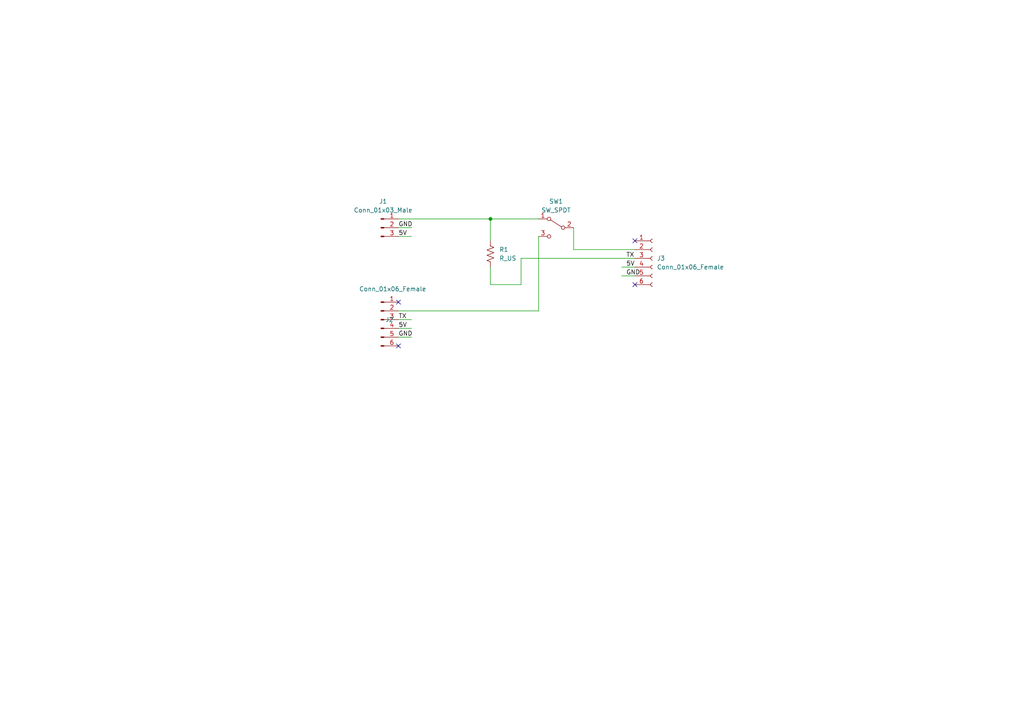
<source format=kicad_sch>
(kicad_sch (version 20211123) (generator eeschema)
  (paper "A4")
  (title_block (title "serial to UPDI") (date "2023-10-10") (comment 1 "taking reference of TTL to UART converter for the serial pins"))
  (lib_symbols
    (symbol "Connector:Conn_01x03_Male" (pin_names (offset 1.016) hide)
      (property "Reference" "J" (at 0 5.08 0))
      (property "Value" "Conn_01x03_Male" (at 0 -5.08 0))
      (symbol "Conn_01x03_Male_1_1"
        (polyline (pts (xy 1.27 -2.54) (xy 0.8636 -2.54)) (stroke (width 0.1524)))
        (polyline (pts (xy 1.27 0) (xy 0.8636 0)) (stroke (width 0.1524)))
        (polyline (pts (xy 1.27 2.54) (xy 0.8636 2.54)) (stroke (width 0.1524)))
        (rectangle (start 0.8636 -2.413) (end 0 -2.667) (stroke (width 0.1524)) (fill (type outline)))
        (rectangle (start 0.8636 0.127) (end 0 -0.127) (stroke (width 0.1524)) (fill (type outline)))
        (rectangle (start 0.8636 2.667) (end 0 2.413) (stroke (width 0.1524)) (fill (type outline)))
        (pin passive line (at 5.08 2.54 180) (length 3.81) (name "Pin_1") (number "1"))
        (pin passive line (at 5.08 0 180) (length 3.81) (name "Pin_2") (number "2"))
        (pin passive line (at 5.08 -2.54 180) (length 3.81) (name "Pin_3") (number "3"))
      )
    )
    (symbol "Connector:Conn_01x06_Female" (pin_names (offset 1.016) hide)
      (property "Reference" "J" (at 0 7.62 0))
      (property "Value" "Conn_01x06_Female" (at 0 -10.16 0))
      (symbol "Conn_01x06_Female_1_1"
        (arc (start 0 -7.112) (mid -0.508 -7.62) (end 0 -8.128) (stroke (width 0.1524)))
        (arc (start 0 -4.572) (mid -0.508 -5.08) (end 0 -5.588) (stroke (width 0.1524)))
        (arc (start 0 -2.032) (mid -0.508 -2.54) (end 0 -3.048) (stroke (width 0.1524)))
        (polyline (pts (xy -1.27 -7.62) (xy -0.508 -7.62)) (stroke (width 0.1524)))
        (polyline (pts (xy -1.27 -5.08) (xy -0.508 -5.08)) (stroke (width 0.1524)))
        (polyline (pts (xy -1.27 -2.54) (xy -0.508 -2.54)) (stroke (width 0.1524)))
        (polyline (pts (xy -1.27 0) (xy -0.508 0)) (stroke (width 0.1524)))
        (polyline (pts (xy -1.27 2.54) (xy -0.508 2.54)) (stroke (width 0.1524)))
        (polyline (pts (xy -1.27 5.08) (xy -0.508 5.08)) (stroke (width 0.1524)))
        (arc (start 0 0.508) (mid -0.508 0) (end 0 -0.508) (stroke (width 0.1524)))
        (arc (start 0 3.048) (mid -0.508 2.54) (end 0 2.032) (stroke (width 0.1524)))
        (arc (start 0 5.588) (mid -0.508 5.08) (end 0 4.572) (stroke (width 0.1524)))
        (pin passive line (at -5.08 5.08 0) (length 3.81) (name "Pin_1") (number "1"))
        (pin passive line (at -5.08 2.54 0) (length 3.81) (name "Pin_2") (number "2"))
        (pin passive line (at -5.08 0 0) (length 3.81) (name "Pin_3") (number "3"))
        (pin passive line (at -5.08 -2.54 0) (length 3.81) (name "Pin_4") (number "4"))
        (pin passive line (at -5.08 -5.08 0) (length 3.81) (name "Pin_5") (number "5"))
        (pin passive line (at -5.08 -7.62 0) (length 3.81) (name "Pin_6") (number "6"))
      )
    )
    (symbol "Connector:Conn_01x06_Male" (pin_names (offset 1.016) hide)
      (property "Reference" "J" (at 0 7.62 0))
      (property "Value" "Conn_01x06_Male" (at 0 -10.16 0))
      (symbol "Conn_01x06_Male_1_1"
        (polyline (pts (xy 1.27 -7.62) (xy 0.8636 -7.62)) (stroke (width 0.1524)))
        (polyline (pts (xy 1.27 -5.08) (xy 0.8636 -5.08)) (stroke (width 0.1524)))
        (polyline (pts (xy 1.27 -2.54) (xy 0.8636 -2.54)) (stroke (width 0.1524)))
        (polyline (pts (xy 1.27 0) (xy 0.8636 0)) (stroke (width 0.1524)))
        (polyline (pts (xy 1.27 2.54) (xy 0.8636 2.54)) (stroke (width 0.1524)))
        (polyline (pts (xy 1.27 5.08) (xy 0.8636 5.08)) (stroke (width 0.1524)))
        (rectangle (start 0.8636 -7.493) (end 0 -7.747) (stroke (width 0.1524)) (fill (type outline)))
        (rectangle (start 0.8636 -4.953) (end 0 -5.207) (stroke (width 0.1524)) (fill (type outline)))
        (rectangle (start 0.8636 -2.413) (end 0 -2.667) (stroke (width 0.1524)) (fill (type outline)))
        (rectangle (start 0.8636 0.127) (end 0 -0.127) (stroke (width 0.1524)) (fill (type outline)))
        (rectangle (start 0.8636 2.667) (end 0 2.413) (stroke (width 0.1524)) (fill (type outline)))
        (rectangle (start 0.8636 5.207) (end 0 4.953) (stroke (width 0.1524)) (fill (type outline)))
        (pin passive line (at 5.08 5.08 180) (length 3.81) (name "Pin_1") (number "1"))
        (pin passive line (at 5.08 2.54 180) (length 3.81) (name "Pin_2") (number "2"))
        (pin passive line (at 5.08 0 180) (length 3.81) (name "Pin_3") (number "3"))
        (pin passive line (at 5.08 -2.54 180) (length 3.81) (name "Pin_4") (number "4"))
        (pin passive line (at 5.08 -5.08 180) (length 3.81) (name "Pin_5") (number "5"))
        (pin passive line (at 5.08 -7.62 180) (length 3.81) (name "Pin_6") (number "6"))
      )
    )
    (symbol "Device:R_US" (pin_numbers hide) (pin_names (offset 0))
      (property "Reference" "R" (at 2.54 0 90))
      (property "Value" "R_US" (at -2.54 0 90))
      (symbol "R_US_0_1"
        (polyline (pts (xy 0 -2.286) (xy 0 -2.54)))
        (polyline (pts (xy 0 2.286) (xy 0 2.54)))
        (polyline (pts (xy 0 -0.762) (xy 1.016 -1.143) (xy 0 -1.524) (xy -1.016 -1.905) (xy 0 -2.286)))
        (polyline (pts (xy 0 0.762) (xy 1.016 0.381) (xy 0 0) (xy -1.016 -0.381) (xy 0 -0.762)))
        (polyline (pts (xy 0 2.286) (xy 1.016 1.905) (xy 0 1.524) (xy -1.016 1.143) (xy 0 0.762)))
      )
      (symbol "R_US_1_1"
        (pin passive line (at 0 3.81 270) (length 1.27) (name "~") (number "1"))
        (pin passive line (at 0 -3.81 90) (length 1.27) (name "~") (number "2"))
      )
    )
    (symbol "Switch:SW_SPDT" (pin_names (offset 0) hide)
      (property "Reference" "SW" (at 0 4.318 0))
      (property "Value" "SW_SPDT" (at 0 -5.08 0))
      (symbol "SW_SPDT_0_0"
        (circle (center -2.032 0) (radius 0.508))
        (circle (center 2.032 -2.54) (radius 0.508))
      )
      (symbol "SW_SPDT_0_1"
        (polyline (pts (xy -1.524 0.254) (xy 1.651 2.286)))
        (circle (center 2.032 2.54) (radius 0.508))
      )
      (symbol "SW_SPDT_1_1"
        (pin passive line (at 5.08 2.54 180) (length 2.54) (name "A") (number "1"))
        (pin passive line (at -5.08 0 0) (length 2.54) (name "B") (number "2"))
        (pin passive line (at 5.08 -2.54 180) (length 2.54) (name "C") (number "3"))
      )
    )
  )
  (junction (at 142.24 63.5))
  (no_connect (at 115.57 87.63))
  (no_connect (at 115.57 100.33))
  (no_connect (at 184.15 69.85))
  (no_connect (at 184.15 82.55))
  (wire (pts (xy 151.13 74.93) (xy 151.13 82.55)))
  (wire (pts (xy 151.13 82.55) (xy 142.24 82.55)))
  (wire (pts (xy 115.57 95.25) (xy 119.38 95.25)))
  (wire (pts (xy 115.57 97.79) (xy 119.38 97.79)))
  (wire (pts (xy 142.24 82.55) (xy 142.24 77.47)))
  (wire (pts (xy 166.37 72.39) (xy 184.15 72.39)))
  (wire (pts (xy 180.34 77.47) (xy 184.15 77.47)))
  (wire (pts (xy 115.57 90.17) (xy 156.21 90.17)))
  (wire (pts (xy 115.57 68.58) (xy 119.38 68.58)))
  (wire (pts (xy 151.13 74.93) (xy 184.15 74.93)))
  (wire (pts (xy 115.57 92.71) (xy 119.38 92.71)))
  (wire (pts (xy 142.24 63.5) (xy 156.21 63.5)))
  (wire (pts (xy 115.57 63.5) (xy 142.24 63.5)))
  (wire (pts (xy 115.57 66.04) (xy 119.38 66.04)))
  (wire (pts (xy 142.24 63.5) (xy 142.24 69.85)))
  (wire (pts (xy 180.34 80.01) (xy 184.15 80.01)))
  (wire (pts (xy 156.21 68.58) (xy 156.21 90.17)))
  (wire (pts (xy 166.37 72.39) (xy 166.37 66.04)))
  (label "5V" (at 115.57 68.58 0))
  (label "TX" (at 181.61 74.93 0))
  (label "TX" (at 115.57 92.71 0))
  (label "GND" (at 115.57 66.04 0))
  (label "5V" (at 115.57 95.25 0))
  (label "5V" (at 181.61 77.47 0))
  (label "GND" (at 181.61 80.01 0))
  (label "GND" (at 115.57 97.79 0))
  (symbol (lib_id "Connector:Conn_01x06_Male") (at 110.49 92.71 0) (unit 1)
    (property "Reference" "J2" (at 111.76 92.7099 0) (effects (justify left)))
    (property "Value" "Conn_01x06_Female" (at 104.14 83.82 0) (effects (justify left)))
    (property "Footprint" "Connector_PinHeader_2.54mm:PinHeader_1x06_P2.54mm_Vertical" (effects hide))
  )
  (symbol (lib_id "Switch:SW_SPDT") (at 161.29 66.04 0) (mirror y) (unit 1)
    (property "Reference" "SW1" (at 161.29 58.42 0))
    (property "Value" "SW_SPDT" (at 161.29 60.96 0))
    (property "Footprint" "Connector_PinHeader_2.54mm:PinHeader_1x03_P2.54mm_Vertical" (effects hide))
  )
  (symbol (lib_id "Connector:Conn_01x06_Female") (at 189.23 74.93 0) (unit 1)
    (property "Reference" "J3" (at 190.5 74.9299 0) (effects (justify left)))
    (property "Value" "Conn_01x06_Female" (at 190.5 77.4699 0) (effects (justify left)))
    (property "Footprint" "Connector_PinHeader_2.54mm:PinHeader_1x06_P2.54mm_Vertical" (effects hide))
  )
  (symbol (lib_id "Connector:Conn_01x03_Male") (at 110.49 66.04 0) (unit 1)
    (property "Reference" "J1" (at 111.125 58.42 0))
    (property "Value" "Conn_01x03_Male" (at 111.125 60.96 0))
    (property "Footprint" "Connector_PinHeader_2.54mm:PinHeader_1x03_P2.54mm_Vertical" (effects hide))
  )
  (symbol (lib_id "Device:R_US") (at 142.24 73.66 0) (unit 1)
    (property "Reference" "R1" (at 144.78 72.3899 0) (effects (justify left)))
    (property "Value" "R_US" (at 144.78 74.9299 0) (effects (justify left)))
    (property "Footprint" "Resistor_THT:R_Axial_DIN0204_L3.6mm_D1.6mm_P7.62mm_Horizontal" (effects hide))
  )
)
</source>
